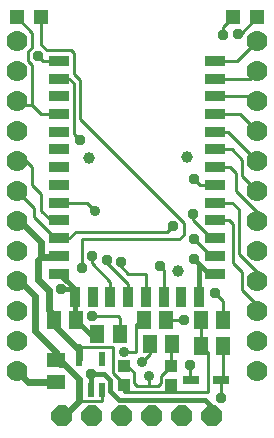
<source format=gbr>
G04 EAGLE Gerber RS-274X export*
G75*
%MOMM*%
%FSLAX34Y34*%
%LPD*%
%INTop Copper*%
%IPPOS*%
%AMOC8*
5,1,8,0,0,1.08239X$1,22.5*%
G01*
%ADD10R,1.750000X0.900000*%
%ADD11R,0.900000X1.750000*%
%ADD12R,1.300000X1.500000*%
%ADD13P,1.924489X8X292.500000*%
%ADD14R,0.550000X1.200000*%
%ADD15R,1.000000X1.000000*%
%ADD16R,1.200000X1.200000*%
%ADD17R,1.350000X0.800000*%
%ADD18C,1.778000*%
%ADD19R,1.500000X1.300000*%
%ADD20C,1.000000*%
%ADD21P,0.981078X8X22.500000*%
%ADD22C,0.254000*%
%ADD23C,0.906400*%
%ADD24C,0.406400*%
%ADD25C,0.609600*%


D10*
X48300Y313500D03*
X48300Y298500D03*
X48300Y283500D03*
X48300Y268500D03*
X48300Y253500D03*
X48300Y238500D03*
X48300Y223500D03*
X48300Y208500D03*
X48300Y193500D03*
X48300Y178500D03*
X48300Y163500D03*
X48300Y148500D03*
X48300Y133500D03*
D11*
X61800Y114000D03*
X76800Y114000D03*
X91800Y114000D03*
X106800Y114000D03*
X121800Y114000D03*
X136800Y114000D03*
X151800Y114000D03*
X166800Y114000D03*
D10*
X180300Y133500D03*
X180300Y148500D03*
X180300Y163500D03*
X180300Y178500D03*
X180300Y193500D03*
X180300Y208500D03*
X180300Y223500D03*
X180300Y238500D03*
X180300Y253500D03*
X180300Y268500D03*
X180300Y283500D03*
X180300Y298500D03*
X180300Y313500D03*
D12*
X168300Y93980D03*
X187300Y93980D03*
D13*
X177800Y12700D03*
X152400Y12700D03*
X127000Y12700D03*
X101600Y12700D03*
X76200Y12700D03*
X50800Y12700D03*
D14*
X65430Y35259D03*
X74930Y35259D03*
X84430Y35259D03*
X84430Y61261D03*
X65430Y61261D03*
D15*
X103190Y38990D03*
X103190Y54990D03*
X143190Y54990D03*
X143190Y38990D03*
D16*
X216240Y350520D03*
X195240Y350520D03*
D12*
X139040Y93980D03*
X120040Y93980D03*
D16*
X33360Y350520D03*
X12360Y350520D03*
D12*
X99670Y82550D03*
X80670Y82550D03*
X187300Y72390D03*
X168300Y72390D03*
D17*
X160020Y43180D03*
X185420Y43180D03*
D18*
X12700Y330200D03*
X12700Y304800D03*
X12700Y279400D03*
X12700Y254000D03*
X12700Y228600D03*
X12700Y203200D03*
X12700Y177800D03*
X12700Y152400D03*
X12700Y127000D03*
X12700Y101600D03*
X12700Y76200D03*
X12700Y50800D03*
X215900Y330200D03*
X215900Y304800D03*
X215900Y279400D03*
X215900Y254000D03*
X215900Y228600D03*
X215900Y203200D03*
X215900Y177800D03*
X215900Y152400D03*
X215900Y127000D03*
X215900Y101600D03*
X215900Y76200D03*
X215900Y50800D03*
D12*
X125120Y73660D03*
X144120Y73660D03*
X43840Y93980D03*
X62840Y93980D03*
D19*
X45720Y60300D03*
X45720Y41300D03*
D20*
X73660Y231140D03*
X148590Y135890D03*
X156210Y232410D03*
D21*
X30480Y317500D03*
D22*
X34480Y313500D02*
X48300Y313500D01*
X34480Y313500D02*
X30480Y317500D01*
D21*
X185420Y27940D03*
X66040Y246380D03*
D22*
X187300Y45060D02*
X185420Y43180D01*
X187300Y45060D02*
X187300Y72390D01*
X185420Y43180D02*
X185420Y27940D01*
X57100Y298500D02*
X48300Y298500D01*
X57100Y298500D02*
X60960Y294640D01*
X60960Y251460D01*
X66040Y246380D01*
X15790Y276310D02*
X12700Y279400D01*
X15790Y276310D02*
X25400Y276310D01*
X25400Y337480D02*
X12360Y350520D01*
X25400Y337480D02*
X25400Y325120D01*
X21590Y321310D01*
X21590Y313690D01*
X25400Y309880D01*
X25400Y276310D01*
X33210Y268500D01*
X48300Y268500D01*
X20320Y228600D02*
X12700Y228600D01*
X20320Y228600D02*
X25400Y223520D01*
X25400Y208280D01*
X33020Y200660D01*
X33020Y186690D01*
D23*
X102870Y67310D03*
D22*
X113030Y67310D01*
X113030Y90170D01*
X116840Y93980D01*
X120040Y93980D01*
X41210Y178500D02*
X33020Y186690D01*
X41210Y178500D02*
X48300Y178500D01*
X26670Y189230D02*
X12700Y203200D01*
X26670Y189230D02*
X26670Y181610D01*
X44780Y163500D01*
D21*
X144780Y173990D03*
X180340Y116840D03*
D22*
X187300Y109880D01*
X187300Y93980D01*
X48300Y163500D02*
X44780Y163500D01*
X139700Y168910D02*
X144780Y173990D01*
X139700Y168910D02*
X62230Y168910D01*
X56820Y163500D01*
X48300Y163500D01*
D21*
X162560Y162560D03*
D22*
X176620Y148500D01*
X180300Y148500D01*
D21*
X161290Y184150D03*
D22*
X161290Y179070D01*
X176860Y163500D01*
X180300Y163500D01*
X195580Y175260D02*
X195580Y142240D01*
X203200Y134620D01*
X203200Y119380D01*
X215900Y106680D01*
X215900Y101600D01*
X192340Y178500D02*
X180300Y178500D01*
X192340Y178500D02*
X195580Y175260D01*
X200660Y187960D02*
X200660Y149860D01*
X215900Y134620D01*
X215900Y127000D01*
X195120Y193500D02*
X180300Y193500D01*
X195120Y193500D02*
X200660Y187960D01*
D21*
X162560Y213360D03*
D22*
X167420Y208500D02*
X180300Y208500D01*
X167420Y208500D02*
X162560Y213360D01*
X198120Y218440D02*
X198120Y203200D01*
X215900Y185420D01*
X215900Y177800D01*
X193060Y223500D02*
X180300Y223500D01*
X193060Y223500D02*
X198120Y218440D01*
X203200Y215900D02*
X203200Y229870D01*
X203200Y215900D02*
X215900Y203200D01*
X194570Y238500D02*
X180300Y238500D01*
X194570Y238500D02*
X203200Y229870D01*
X215900Y254000D02*
X215900Y256540D01*
X201400Y268500D02*
X180300Y268500D01*
X201400Y268500D02*
X215900Y254000D01*
X211800Y283500D02*
X180300Y283500D01*
X211800Y283500D02*
X215900Y279400D01*
X209600Y298500D02*
X180300Y298500D01*
X209600Y298500D02*
X215900Y304800D01*
X199200Y313500D02*
X215900Y330200D01*
X199200Y313500D02*
X180300Y313500D01*
D21*
X199390Y336550D03*
X162560Y146050D03*
D24*
X61800Y120650D02*
X61800Y114000D01*
D21*
X49530Y120650D03*
D24*
X61800Y114000D02*
X61800Y96750D01*
X61800Y120650D02*
X60960Y120650D01*
D21*
X74930Y48260D03*
D24*
X60960Y120650D02*
X49530Y120650D01*
X74930Y48260D02*
X74930Y35259D01*
D25*
X22200Y41300D02*
X12700Y50800D01*
X22200Y41300D02*
X45720Y41300D01*
D24*
X171450Y26670D02*
X177800Y20320D01*
X177800Y12700D01*
D22*
X215900Y352720D02*
X215900Y353060D01*
D24*
X171450Y26670D02*
X99060Y26670D01*
X91440Y34290D01*
X91440Y43180D01*
X86360Y48260D01*
X74930Y48260D01*
D22*
X62840Y93980D02*
X62030Y93980D01*
D24*
X166800Y114000D02*
X166800Y141810D01*
X162560Y146050D01*
D22*
X199390Y336550D02*
X202270Y336550D01*
X216240Y350520D01*
X216240Y352380D01*
X215900Y352720D01*
X61800Y96750D02*
X61800Y95020D01*
X62840Y93980D01*
D24*
X60960Y120840D02*
X48300Y133500D01*
X60960Y120840D02*
X60960Y120650D01*
X166800Y141810D02*
X175110Y133500D01*
X180300Y133500D01*
X74270Y82550D02*
X62840Y93980D01*
X74270Y82550D02*
X80670Y82550D01*
D21*
X76200Y148590D03*
D22*
X76200Y142240D01*
X91800Y126640D01*
X91800Y114000D01*
D21*
X88900Y144780D03*
D22*
X106800Y124340D02*
X106800Y114000D01*
X106800Y124340D02*
X88900Y142240D01*
X88900Y144780D01*
D21*
X100330Y143510D03*
D22*
X121800Y133350D02*
X121800Y114000D01*
X121800Y133350D02*
X106680Y133350D01*
X100330Y139700D01*
X100330Y143510D01*
D21*
X133350Y139700D03*
D22*
X136800Y136250D02*
X136800Y114000D01*
X136800Y136250D02*
X133350Y139700D01*
D25*
X15240Y127000D02*
X12700Y127000D01*
X15240Y127000D02*
X27940Y114300D01*
X27940Y85090D01*
X45720Y67310D01*
D22*
X84430Y35259D02*
X84430Y25400D01*
X65430Y25400D01*
D25*
X45720Y60300D02*
X45720Y67310D01*
X45720Y60300D02*
X48260Y60300D01*
X65430Y43790D02*
X65430Y35259D01*
X65430Y43790D02*
X52070Y57150D01*
X48870Y57150D01*
X45720Y60300D01*
X50800Y12700D02*
X52730Y12700D01*
X65430Y25400D01*
X65430Y35259D01*
X30480Y144780D02*
X33120Y147420D01*
X30480Y144780D02*
X30480Y128270D01*
X39370Y119380D01*
D24*
X43840Y93980D02*
X43840Y89510D01*
D25*
X64770Y68580D01*
D22*
X168300Y72390D02*
X168300Y93980D01*
D24*
X65430Y68580D02*
X64770Y68580D01*
D25*
X65430Y68580D02*
X65430Y71120D01*
X65430Y68580D02*
X65430Y61261D01*
D22*
X93980Y71120D02*
X93980Y49150D01*
X93980Y71120D02*
X65430Y71120D01*
X103190Y38990D02*
X103190Y33020D01*
X143190Y33020D01*
X143190Y38990D01*
X143190Y33020D02*
X173990Y33020D01*
X173990Y66700D01*
X168300Y72390D01*
X103190Y39940D02*
X93980Y49150D01*
X103190Y39940D02*
X103190Y38990D01*
D25*
X39370Y102870D02*
X39370Y119380D01*
X39370Y102870D02*
X43840Y98400D01*
X43840Y93980D01*
X48300Y147420D02*
X33120Y147420D01*
X48300Y147420D02*
X48300Y148500D01*
X33120Y159920D02*
X15240Y177800D01*
X33120Y159920D02*
X33120Y147420D01*
X15240Y177800D02*
X12700Y177800D01*
D23*
X78740Y186690D03*
X118110Y58420D03*
D22*
X125120Y65430D02*
X125120Y73660D01*
X125120Y65430D02*
X118110Y58420D01*
X71930Y193500D02*
X48300Y193500D01*
X71930Y193500D02*
X78740Y186690D01*
X153670Y95910D02*
X153670Y93980D01*
D21*
X153670Y93980D03*
X186690Y335280D03*
D22*
X186690Y341970D01*
X195240Y350520D01*
X153670Y93980D02*
X139040Y93980D01*
D21*
X76200Y97790D03*
X67310Y138430D03*
D22*
X67310Y162560D01*
X149860Y162560D01*
X153670Y166370D01*
X153670Y176530D01*
X66040Y264160D01*
X76200Y97790D02*
X97790Y97790D01*
X99670Y95910D01*
X99670Y82550D01*
X66040Y264160D02*
X66040Y297180D01*
X60960Y302260D01*
X60960Y320040D01*
X58420Y322580D01*
X38100Y322580D01*
X33360Y327320D01*
X33360Y350520D01*
D21*
X158750Y55880D03*
D22*
X158750Y44450D02*
X160020Y43180D01*
X158750Y44450D02*
X158750Y55880D01*
X106300Y54990D02*
X103190Y54990D01*
X106300Y54990D02*
X111760Y49530D01*
X111760Y40640D01*
X114300Y38100D01*
X124460Y38100D01*
X132080Y38100D01*
X134620Y40640D01*
X134620Y46420D01*
X143190Y54990D01*
D23*
X124460Y46990D03*
D22*
X124460Y38100D01*
X143190Y54990D02*
X143190Y72730D01*
X144120Y73660D01*
X180300Y253500D02*
X191000Y253500D01*
X215900Y228600D01*
M02*

</source>
